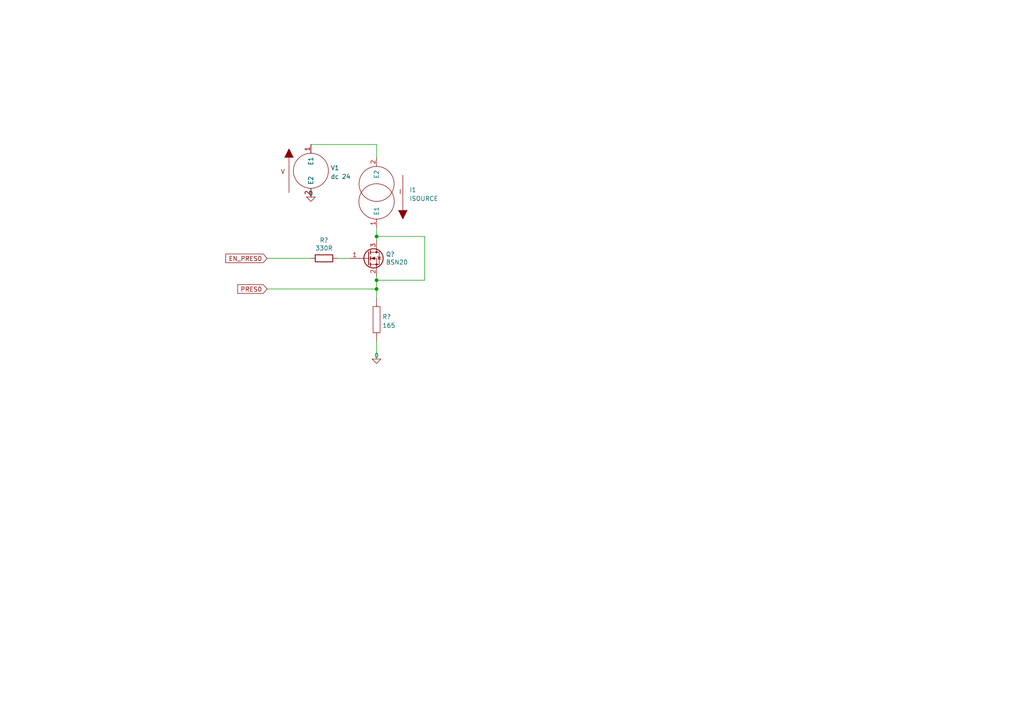
<source format=kicad_sch>
(kicad_sch (version 20211123) (generator eeschema)
  (paper "A4")
  (lib_symbols
    (symbol "Device:R" (pin_numbers hide) (pin_names (offset 0))
      (property "Reference" "R" (at 2.032 0 90))
      (property "Value" "R" (at 0 0 90))
      (symbol "R_0_1"
        (rectangle (start -1.016 -2.54) (end 1.016 2.54) (stroke (width 0.254)))
      )
      (symbol "R_1_1"
        (pin passive line (at 0 3.81 270) (length 1.27) (name "~") (number "1"))
        (pin passive line (at 0 -3.81 90) (length 1.27) (name "~") (number "2"))
      )
    )
    (symbol "Transistor_FET:BSN20" (pin_names hide)
      (property "Reference" "Q" (at 5.08 1.905 0))
      (property "Value" "BSN20" (at 5.08 0 0))
      (symbol "BSN20_0_1"
        (polyline (pts (xy 0.254 0) (xy -2.54 0)))
        (polyline (pts (xy 0.254 1.905) (xy 0.254 -1.905)) (stroke (width 0.254)))
        (polyline (pts (xy 0.762 -1.27) (xy 0.762 -2.286)) (stroke (width 0.254)))
        (polyline (pts (xy 0.762 0.508) (xy 0.762 -0.508)) (stroke (width 0.254)))
        (polyline (pts (xy 0.762 2.286) (xy 0.762 1.27)) (stroke (width 0.254)))
        (polyline (pts (xy 2.54 2.54) (xy 2.54 1.778)))
        (polyline (pts (xy 2.54 -2.54) (xy 2.54 0) (xy 0.762 0)))
        (polyline (pts (xy 0.762 -1.778) (xy 3.302 -1.778) (xy 3.302 1.778) (xy 0.762 1.778)))
        (polyline (pts (xy 1.016 0) (xy 2.032 0.381) (xy 2.032 -0.381) (xy 1.016 0)) (fill (type outline)))
        (polyline (pts (xy 2.794 0.508) (xy 2.921 0.381) (xy 3.683 0.381) (xy 3.81 0.254)))
        (polyline (pts (xy 3.302 0.381) (xy 2.921 -0.254) (xy 3.683 -0.254) (xy 3.302 0.381)))
        (circle (center 1.651 0) (radius 2.794) (stroke (width 0.254)))
        (circle (center 2.54 -1.778) (radius 0.254) (fill (type outline)))
        (circle (center 2.54 1.778) (radius 0.254) (fill (type outline)))
      )
      (symbol "BSN20_1_1"
        (pin input line (at -5.08 0 0) (length 2.54) (name "G") (number "1"))
        (pin passive line (at 2.54 -5.08 90) (length 2.54) (name "S") (number "2"))
        (pin passive line (at 2.54 5.08 270) (length 2.54) (name "D") (number "3"))
      )
    )
    (symbol "pspice:0" (power) (pin_names (offset 0))
      (property "Value" "0" (at 0 -1.778 0))
      (symbol "0_0_1"
        (polyline (pts (xy -1.27 0) (xy 0 -1.27) (xy 1.27 0) (xy -1.27 0)))
      )
      (symbol "0_1_1"
        (pin power_in line (at 0 0 0) (length 0) hide (name "0") (number "1"))
      )
    )
    (symbol "pspice:ISOURCE" (pin_names (offset 1.016))
      (property "Reference" "I" (at -7.62 8.89 0))
      (property "Value" "ISOURCE" (at 0 0 0))
      (symbol "ISOURCE_0_1"
        (circle (center 0 -2.54) (radius 5.08))
        (polyline (pts (xy -7.62 -5.08) (xy -7.62 5.08)) (fill (type outline)))
        (polyline (pts (xy -8.89 5.08) (xy -7.62 7.62) (xy -6.35 5.08)) (fill (type outline)))
        (circle (center 0 2.54) (radius 5.1308))
        (text "I" (at -6.858 -0.254 0) (effects (font (size 1.27 1.27))))
      )
      (symbol "ISOURCE_1_1"
        (pin input line (at 0 10.16 270) (length 2.54) (name "E1") (number "1"))
        (pin input line (at 0 -10.16 90) (length 2.54) (name "E2") (number "2"))
      )
    )
    (symbol "pspice:R" (pin_numbers hide) (pin_names (offset 0))
      (property "Reference" "R" (at 2.032 0 90))
      (property "Value" "R" (at 0 0 90))
      (symbol "R_0_1"
        (rectangle (start -1.016 3.81) (end 1.016 -3.81))
      )
      (symbol "R_1_1"
        (pin passive line (at 0 6.35 270) (length 2.54) (name "~") (number "1"))
        (pin passive line (at 0 -6.35 90) (length 2.54) (name "~") (number "2"))
      )
    )
    (symbol "pspice:VSOURCE" (pin_names (offset 1.016))
      (property "Reference" "V" (at -6.35 7.62 0))
      (property "Value" "VSOURCE" (at 0 0 0))
      (symbol "VSOURCE_0_1"
        (polyline (pts (xy -6.35 -6.35) (xy -6.35 3.81)) (fill (type outline)))
        (polyline (pts (xy -7.62 3.81) (xy -6.35 6.35) (xy -5.08 3.81)) (fill (type outline)))
        (circle (center 0 0) (radius 5.08))
        (text "V" (at -8.128 -0.254 0) (effects (font (size 1.27 1.27))))
      )
      (symbol "VSOURCE_1_1"
        (pin input line (at 0 7.62 270) (length 2.54) (name "E1") (number "1"))
        (pin input line (at 0 -7.62 90) (length 2.54) (name "E2") (number "2"))
      )
    )
  )
  (junction (at 109.22 68.58))
  (junction (at 109.22 83.82))
  (junction (at 109.22 81.28))
  (wire (pts (xy 77.47 83.82) (xy 109.22 83.82)))
  (wire (pts (xy 109.22 83.82) (xy 109.22 86.36)))
  (wire (pts (xy 109.22 66.04) (xy 109.22 68.58)))
  (wire (pts (xy 109.22 80.01) (xy 109.22 81.28)))
  (wire (pts (xy 109.22 99.06) (xy 109.22 104.14)))
  (wire (pts (xy 109.22 81.28) (xy 123.19 81.28)))
  (wire (pts (xy 101.6 74.93) (xy 97.79 74.93)))
  (wire (pts (xy 109.22 41.91) (xy 109.22 45.72)))
  (wire (pts (xy 90.17 74.93) (xy 77.47 74.93)))
  (wire (pts (xy 109.22 81.28) (xy 109.22 83.82)))
  (wire (pts (xy 109.22 41.91) (xy 90.17 41.91)))
  (wire (pts (xy 109.22 68.58) (xy 109.22 69.85)))
  (wire (pts (xy 109.22 68.58) (xy 123.19 68.58)))
  (wire (pts (xy 123.19 68.58) (xy 123.19 81.28)))
  (global_label "EN_PRES0" (shape input) (at 77.47 74.93 180) (property "Referenzen zwischen Schaltplänen" "${INTERSHEET_REFS}" (effects hide)))
  (global_label "PRES0" (shape input) (at 77.47 83.82 180) (property "Referenzen zwischen Schaltplänen" "${INTERSHEET_REFS}" (effects hide)))
  (symbol (lib_id "pspice:VSOURCE") (at 90.17 49.53 0) (unit 1)
    (property "Reference" "V1" (at 95.885 48.6953 0) (effects (justify left)))
    (property "Value" "dc 24" (at 95.885 51.2322 0) (effects (justify left)))
  )
  (symbol (lib_id "Device:R") (at 93.98 74.93 270) (unit 1)
    (property "Reference" "R?" (at 93.98 69.6722 90))
    (property "Value" "330R" (at 93.98 71.9836 90))
  )
  (symbol (lib_id "pspice:0") (at 90.17 57.15 0) (unit 1)
    (property "Reference" "#GND?" (effects hide))
    (property "Value" "0" (at 90.17 56.1142 0))
  )
  (symbol (lib_id "pspice:ISOURCE") (at 109.22 55.88 180) (unit 1)
    (property "Reference" "I1" (at 118.745 55.0707 0) (effects (justify right)))
    (property "Value" "ISOURCE" (at 118.745 57.6076 0) (effects (justify right)))
  )
  (symbol (lib_id "pspice:0") (at 109.22 104.14 0) (unit 1)
    (property "Reference" "#GND?" (effects hide))
    (property "Value" "0" (at 109.22 103.1042 0))
  )
  (symbol (lib_id "pspice:R") (at 109.22 92.71 0) (unit 1)
    (property "Reference" "R?" (at 110.871 91.8753 0) (effects (justify left)))
    (property "Value" "165" (at 110.871 94.4122 0) (effects (justify left)))
  )
  (symbol (lib_id "Transistor_FET:BSN20") (at 106.68 74.93 0) (unit 1)
    (property "Reference" "Q?" (at 111.887 73.7616 0) (effects (justify left)))
    (property "Value" "BSN20" (at 111.887 76.073 0) (effects (justify left)))
    (property "Footprint" "Package_TO_SOT_SMD:SOT-23" (effects hide))
    (property "Datasheet" "http://www.diodes.com/assets/Datasheets/ds31898.pdf" (effects hide))
  )
)
</source>
